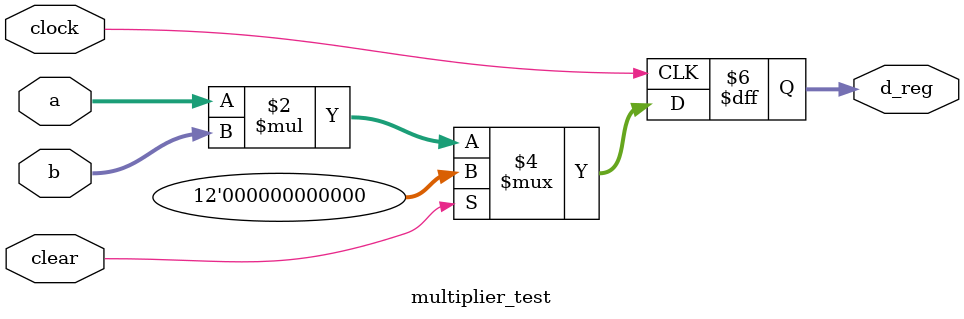
<source format=v>
module multiplier_test (
    input clear,
    input clock,
    input [3:0] b,
    input [7:0] a,
    output reg [11:0] d_reg);

    always @(posedge clock)
        if (clear)
            d_reg <= 8'b00000000;
        else
          d_reg <= a * b;

endmodule

</source>
